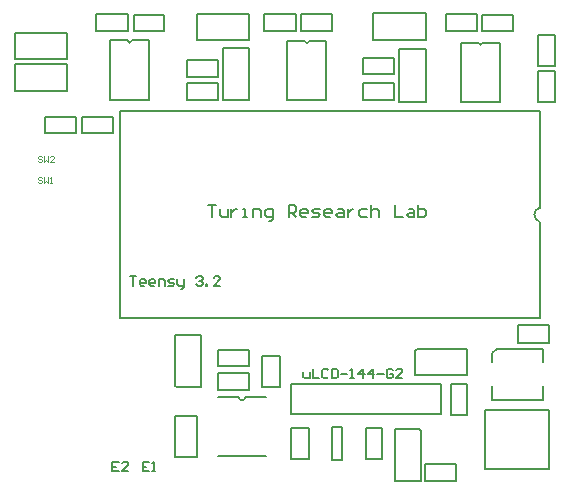
<source format=gto>
G04 Layer_Color=65535*
%FSLAX25Y25*%
%MOIN*%
G70*
G01*
G75*
%ADD29C,0.00787*%
%ADD30C,0.00394*%
%ADD31C,0.00689*%
D29*
X256053Y486319D02*
G03*
X257333Y486319I640J0D01*
G01*
X198277Y486811D02*
G03*
X199557Y486811I640J0D01*
G01*
X176123Y368398D02*
G03*
X178601Y368398I1239J165D01*
G01*
X139222Y487106D02*
G03*
X140502Y487106I640J0D01*
G01*
X276616Y431543D02*
G03*
X276592Y426731I667J-2409D01*
G01*
X162303Y487205D02*
X179823D01*
Y496063D01*
X162303D02*
X179823D01*
X162303Y487205D02*
Y496063D01*
X221063Y487500D02*
Y496358D01*
X238583D01*
Y487500D02*
Y496358D01*
X221063Y487500D02*
X238583D01*
X101575Y470374D02*
X119095D01*
Y479232D01*
X101575D02*
X119095D01*
X101575Y470374D02*
Y479232D01*
X170965Y467225D02*
X179823D01*
X170965D02*
Y484744D01*
X179823D01*
Y467225D02*
Y484744D01*
X238583Y466732D02*
Y484252D01*
X229724D02*
X238583D01*
X229724Y466732D02*
Y484252D01*
Y466732D02*
X238583D01*
X228248Y340354D02*
Y357776D01*
Y340354D02*
X236910D01*
X228248Y357776D02*
X236319D01*
X236910Y357185D01*
Y340354D02*
Y357185D01*
X238484Y340453D02*
X248721D01*
Y345965D01*
X238484D02*
X248721D01*
X238484Y340453D02*
Y345965D01*
X250197Y486417D02*
X256053D01*
X257333D02*
X263189D01*
Y466732D02*
Y486417D01*
X250197Y466732D02*
X263189D01*
X250197D02*
Y486417D01*
X245177Y490354D02*
X255610D01*
Y496063D01*
X245177D02*
X255610D01*
X245177Y490354D02*
Y496063D01*
X163583Y371555D02*
Y388976D01*
X154921D02*
X163583D01*
X155512Y371555D02*
X163583D01*
X154921Y372146D02*
X155512Y371555D01*
X154921Y372146D02*
Y388976D01*
X276083Y478740D02*
Y488976D01*
Y478740D02*
X281595D01*
Y488976D01*
X276083D02*
X281595D01*
X279626Y386516D02*
Y392224D01*
X269193Y386516D02*
X279626D01*
X269193D02*
Y392224D01*
X279626D01*
X184154Y371555D02*
X189862D01*
X184154D02*
Y381988D01*
X189862D01*
Y371555D02*
Y381988D01*
X124122Y456299D02*
Y461811D01*
X134358D01*
Y456299D02*
Y461811D01*
X124122Y456299D02*
X134358D01*
X246949Y362402D02*
X252461D01*
X246949D02*
Y372638D01*
X252461D01*
Y362402D02*
Y372638D01*
X169390Y378642D02*
Y384153D01*
X179626D01*
Y378642D02*
Y384153D01*
X169390Y378642D02*
X179626D01*
X169390Y370866D02*
Y376378D01*
X179626D01*
Y370866D02*
Y376378D01*
X169390Y370866D02*
X179626D01*
X218504Y347835D02*
X224016D01*
X218504D02*
Y358071D01*
X224016D01*
Y347835D02*
Y358071D01*
X192421Y467224D02*
Y486909D01*
Y467224D02*
X205413D01*
Y486909D01*
X199557D02*
X205413D01*
X192421D02*
X198277D01*
X141240Y495866D02*
X151476D01*
X141240Y490354D02*
Y495866D01*
Y490354D02*
X151476D01*
Y495866D01*
X197146Y495965D02*
X207382D01*
X197146Y490453D02*
Y495965D01*
Y490453D02*
X207382D01*
Y495965D01*
X257382Y495866D02*
X267618D01*
X257382Y490354D02*
Y495866D01*
Y490354D02*
X267618D01*
Y495866D01*
X159153Y467520D02*
X169390D01*
Y473031D01*
X159153D02*
X169390D01*
X159153Y467520D02*
Y473031D01*
Y480709D02*
X169390D01*
X159153Y475197D02*
Y480709D01*
Y475197D02*
X169390D01*
Y480709D01*
X217618Y467421D02*
X227854D01*
Y472933D01*
X217618D02*
X227854D01*
X217618Y467421D02*
Y472933D01*
X281594Y466732D02*
Y476968D01*
X276083D02*
X281594D01*
X276083Y466732D02*
Y476968D01*
Y466732D02*
X281594D01*
X217618Y481398D02*
X227854D01*
X217618Y475886D02*
Y481398D01*
Y475886D02*
X227854D01*
Y481398D01*
X128740Y490354D02*
X139173D01*
Y496063D01*
X128740D02*
X139173D01*
X128740Y490354D02*
Y496063D01*
X184738Y490354D02*
X195171D01*
Y496063D01*
X184738D02*
X195171D01*
X184738Y490354D02*
Y496063D01*
X210728Y347244D02*
Y358268D01*
X207579Y347244D02*
X210728D01*
X207480D02*
Y358268D01*
X210630D01*
X169488Y348720D02*
X185236D01*
X178612Y368406D02*
X185236D01*
X169488D02*
X176112D01*
X193799Y347638D02*
X199508D01*
X193799D02*
Y358071D01*
X199508D01*
Y347638D02*
Y358071D01*
X193681Y362618D02*
Y372618D01*
X243681D01*
X193681Y362618D02*
X243681D01*
Y372618D01*
X258366Y364075D02*
X279823D01*
X258366Y344390D02*
X279823D01*
X258366D02*
Y364075D01*
X279823Y344390D02*
Y364075D01*
X121949Y456299D02*
Y461811D01*
X111713Y456299D02*
X121949D01*
X111713D02*
Y461811D01*
X121949D01*
X235039Y375689D02*
X252461D01*
Y384350D01*
X235039Y375689D02*
Y383760D01*
X235630Y384350D01*
X252461D01*
X260630Y367520D02*
X277559D01*
Y379921D02*
Y384449D01*
Y367520D02*
Y372047D01*
X260630Y367520D02*
Y372047D01*
Y379921D02*
Y382874D01*
X262205Y384449D01*
X277594D01*
X154921Y348217D02*
Y362106D01*
X162205D01*
Y348217D02*
Y362106D01*
X156791Y348217D02*
X160335D01*
X162205D01*
X154921D02*
X156791D01*
X133366Y487205D02*
X139222D01*
X140502D02*
X146358D01*
Y467520D02*
Y487205D01*
X133366Y467520D02*
X146358D01*
X133366D02*
Y487205D01*
X101575Y481004D02*
Y489862D01*
X119095D01*
Y481004D02*
Y489862D01*
X101575Y481004D02*
X119095D01*
X276673Y431496D02*
Y463583D01*
X136811Y394783D02*
Y463583D01*
X276673D01*
Y394783D02*
Y426575D01*
X136811Y394783D02*
X276673D01*
X165945Y432381D02*
X168569D01*
X167257D01*
Y428445D01*
X169881Y431069D02*
Y429101D01*
X170537Y428445D01*
X172504D01*
Y431069D01*
X173816D02*
Y428445D01*
Y429757D01*
X174472Y430413D01*
X175128Y431069D01*
X175784D01*
X177752Y428445D02*
X179064D01*
X178408D01*
Y431069D01*
X177752D01*
X181032Y428445D02*
Y431069D01*
X183000D01*
X183656Y430413D01*
Y428445D01*
X186279Y427133D02*
X186935D01*
X187591Y427789D01*
Y431069D01*
X185624D01*
X184968Y430413D01*
Y429101D01*
X185624Y428445D01*
X187591D01*
X192839D02*
Y432381D01*
X194807D01*
X195463Y431725D01*
Y430413D01*
X194807Y429757D01*
X192839D01*
X194151D02*
X195463Y428445D01*
X198743D02*
X197431D01*
X196775Y429101D01*
Y430413D01*
X197431Y431069D01*
X198743D01*
X199399Y430413D01*
Y429757D01*
X196775D01*
X200711Y428445D02*
X202678D01*
X203334Y429101D01*
X202678Y429757D01*
X201366D01*
X200711Y430413D01*
X201366Y431069D01*
X203334D01*
X206614Y428445D02*
X205302D01*
X204646Y429101D01*
Y430413D01*
X205302Y431069D01*
X206614D01*
X207270Y430413D01*
Y429757D01*
X204646D01*
X209238Y431069D02*
X210550D01*
X211206Y430413D01*
Y428445D01*
X209238D01*
X208582Y429101D01*
X209238Y429757D01*
X211206D01*
X212518Y431069D02*
Y428445D01*
Y429757D01*
X213174Y430413D01*
X213830Y431069D01*
X214486D01*
X219077D02*
X217109D01*
X216454Y430413D01*
Y429101D01*
X217109Y428445D01*
X219077D01*
X220389Y432381D02*
Y428445D01*
Y430413D01*
X221045Y431069D01*
X222357D01*
X223013Y430413D01*
Y428445D01*
X228261Y432381D02*
Y428445D01*
X230885D01*
X232853Y431069D02*
X234164D01*
X234820Y430413D01*
Y428445D01*
X232853D01*
X232196Y429101D01*
X232853Y429757D01*
X234820D01*
X236132Y432381D02*
Y428445D01*
X238100D01*
X238756Y429101D01*
Y429757D01*
Y430413D01*
X238100Y431069D01*
X236132D01*
D30*
X110761Y441404D02*
X110433Y441732D01*
X109777D01*
X109449Y441404D01*
Y441076D01*
X109777Y440748D01*
X110433D01*
X110761Y440420D01*
Y440092D01*
X110433Y439764D01*
X109777D01*
X109449Y440092D01*
X111417Y441732D02*
Y439764D01*
X112073Y440420D01*
X112729Y439764D01*
Y441732D01*
X113384Y439764D02*
X114041D01*
X113713D01*
Y441732D01*
X113384Y441404D01*
X110564Y448392D02*
X110236Y448720D01*
X109580D01*
X109252Y448392D01*
Y448064D01*
X109580Y447736D01*
X110236D01*
X110564Y447408D01*
Y447080D01*
X110236Y446752D01*
X109580D01*
X109252Y447080D01*
X111220Y448720D02*
Y446752D01*
X111876Y447408D01*
X112532Y446752D01*
Y448720D01*
X114500Y446752D02*
X113188D01*
X114500Y448064D01*
Y448392D01*
X114172Y448720D01*
X113516D01*
X113188Y448392D01*
D31*
X140059Y408627D02*
X142158D01*
X141109D01*
Y405479D01*
X144782D02*
X143732D01*
X143208Y406003D01*
Y407053D01*
X143732Y407578D01*
X144782D01*
X145307Y407053D01*
Y406528D01*
X143208D01*
X147931Y405479D02*
X146881D01*
X146356Y406003D01*
Y407053D01*
X146881Y407578D01*
X147931D01*
X148455Y407053D01*
Y406528D01*
X146356D01*
X149505Y405479D02*
Y407578D01*
X151079D01*
X151604Y407053D01*
Y405479D01*
X152653D02*
X154228D01*
X154753Y406003D01*
X154228Y406528D01*
X153178D01*
X152653Y407053D01*
X153178Y407578D01*
X154753D01*
X155802D02*
Y406003D01*
X156327Y405479D01*
X157901D01*
Y404954D01*
X157376Y404429D01*
X156851D01*
X157901Y405479D02*
Y407578D01*
X162099Y408103D02*
X162624Y408627D01*
X163673D01*
X164198Y408103D01*
Y407578D01*
X163673Y407053D01*
X163149D01*
X163673D01*
X164198Y406528D01*
Y406003D01*
X163673Y405479D01*
X162624D01*
X162099Y406003D01*
X165248Y405479D02*
Y406003D01*
X165773D01*
Y405479D01*
X165248D01*
X169971D02*
X167872D01*
X169971Y407578D01*
Y408103D01*
X169446Y408627D01*
X168396D01*
X167872Y408103D01*
X146390Y346751D02*
X144291D01*
Y343602D01*
X146390D01*
X144291Y345177D02*
X145341D01*
X147440Y343602D02*
X148489D01*
X147965D01*
Y346751D01*
X147440Y346226D01*
X136253Y346751D02*
X134153D01*
Y343602D01*
X136253D01*
X134153Y345177D02*
X135203D01*
X139401Y343602D02*
X137302D01*
X139401Y345701D01*
Y346226D01*
X138876Y346751D01*
X137827D01*
X137302Y346226D01*
X197736Y376705D02*
Y375131D01*
X198261Y374606D01*
X199835D01*
Y376705D01*
X200885Y377755D02*
Y374606D01*
X202984D01*
X206133Y377230D02*
X205608Y377755D01*
X204558D01*
X204033Y377230D01*
Y375131D01*
X204558Y374606D01*
X205608D01*
X206133Y375131D01*
X207182Y377755D02*
Y374606D01*
X208756D01*
X209281Y375131D01*
Y377230D01*
X208756Y377755D01*
X207182D01*
X210331Y376181D02*
X212430D01*
X213479Y374606D02*
X214529D01*
X214004D01*
Y377755D01*
X213479Y377230D01*
X217677Y374606D02*
Y377755D01*
X216103Y376181D01*
X218202D01*
X220826Y374606D02*
Y377755D01*
X219252Y376181D01*
X221351D01*
X222400D02*
X224499D01*
X227648Y377230D02*
X227123Y377755D01*
X226074D01*
X225549Y377230D01*
Y375131D01*
X226074Y374606D01*
X227123D01*
X227648Y375131D01*
Y376181D01*
X226598D01*
X230796Y374606D02*
X228697D01*
X230796Y376705D01*
Y377230D01*
X230272Y377755D01*
X229222D01*
X228697Y377230D01*
M02*

</source>
